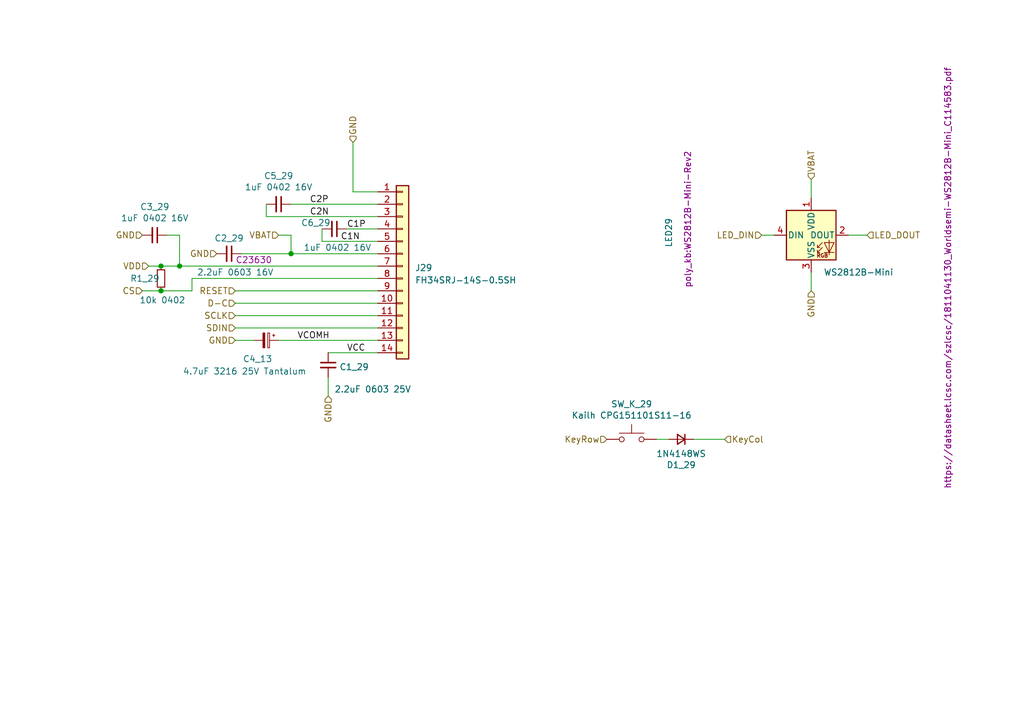
<source format=kicad_sch>
(kicad_sch (version 20230121) (generator eeschema)
  (paper "A5")
  (title_block (title "Display Adapter, LED & Switch") (date "2022-11-16") (rev "2.2") (company "thpoll"))
  (lib_symbols
    (symbol "Connector_Generic:Conn_01x14" (pin_names (offset 1.016) hide)
      (property "Reference" "J" (at 0 17.78 0))
      (property "Value" "Conn_01x14" (at 0 -20.32 0))
      (symbol "Conn_01x14_1_1"
        (rectangle (start -1.27 -17.653) (end 0 -17.907) (stroke (width 0.1524)))
        (rectangle (start -1.27 -15.113) (end 0 -15.367) (stroke (width 0.1524)))
        (rectangle (start -1.27 -12.573) (end 0 -12.827) (stroke (width 0.1524)))
        (rectangle (start -1.27 -10.033) (end 0 -10.287) (stroke (width 0.1524)))
        (rectangle (start -1.27 -7.493) (end 0 -7.747) (stroke (width 0.1524)))
        (rectangle (start -1.27 -4.953) (end 0 -5.207) (stroke (width 0.1524)))
        (rectangle (start -1.27 -2.413) (end 0 -2.667) (stroke (width 0.1524)))
        (rectangle (start -1.27 0.127) (end 0 -0.127) (stroke (width 0.1524)))
        (rectangle (start -1.27 2.667) (end 0 2.413) (stroke (width 0.1524)))
        (rectangle (start -1.27 5.207) (end 0 4.953) (stroke (width 0.1524)))
        (rectangle (start -1.27 7.747) (end 0 7.493) (stroke (width 0.1524)))
        (rectangle (start -1.27 10.287) (end 0 10.033) (stroke (width 0.1524)))
        (rectangle (start -1.27 12.827) (end 0 12.573) (stroke (width 0.1524)))
        (rectangle (start -1.27 15.367) (end 0 15.113) (stroke (width 0.1524)))
        (rectangle (start -1.27 16.51) (end 1.27 -19.05) (stroke (width 0.254)) (fill (type background)))
        (pin passive line (at -5.08 15.24 0) (length 3.81) (name "Pin_1") (number "1"))
        (pin passive line (at -5.08 -7.62 0) (length 3.81) (name "Pin_10") (number "10"))
        (pin passive line (at -5.08 -10.16 0) (length 3.81) (name "Pin_11") (number "11"))
        (pin passive line (at -5.08 -12.7 0) (length 3.81) (name "Pin_12") (number "12"))
        (pin passive line (at -5.08 -15.24 0) (length 3.81) (name "Pin_13") (number "13"))
        (pin passive line (at -5.08 -17.78 0) (length 3.81) (name "Pin_14") (number "14"))
        (pin passive line (at -5.08 12.7 0) (length 3.81) (name "Pin_2") (number "2"))
        (pin passive line (at -5.08 10.16 0) (length 3.81) (name "Pin_3") (number "3"))
        (pin passive line (at -5.08 7.62 0) (length 3.81) (name "Pin_4") (number "4"))
        (pin passive line (at -5.08 5.08 0) (length 3.81) (name "Pin_5") (number "5"))
        (pin passive line (at -5.08 2.54 0) (length 3.81) (name "Pin_6") (number "6"))
        (pin passive line (at -5.08 0 0) (length 3.81) (name "Pin_7") (number "7"))
        (pin passive line (at -5.08 -2.54 0) (length 3.81) (name "Pin_8") (number "8"))
        (pin passive line (at -5.08 -5.08 0) (length 3.81) (name "Pin_9") (number "9"))
      )
    )
    (symbol "Device:C_Polarized_Small" (pin_numbers hide) (pin_names (offset 0.254) hide)
      (property "Reference" "C" (at 0.254 1.778 0))
      (property "Value" "C_Polarized_Small" (at 0.254 -2.032 0))
      (symbol "C_Polarized_Small_0_1"
        (rectangle (start -1.524 -0.3048) (end 1.524 -0.6858) (fill (type outline)))
        (rectangle (start -1.524 0.6858) (end 1.524 0.3048))
        (polyline (pts (xy -1.27 1.524) (xy -0.762 1.524)))
        (polyline (pts (xy -1.016 1.27) (xy -1.016 1.778)))
      )
      (symbol "C_Polarized_Small_1_1"
        (pin passive line (at 0 2.54 270) (length 1.8542) (name "~") (number "1"))
        (pin passive line (at 0 -2.54 90) (length 1.8542) (name "~") (number "2"))
      )
    )
    (symbol "Device:C_Small" (pin_numbers hide) (pin_names (offset 0.254) hide)
      (property "Reference" "C" (at 0.254 1.778 0))
      (property "Value" "C_Small" (at 0.254 -2.032 0))
      (symbol "C_Small_0_1"
        (polyline (pts (xy -1.524 -0.508) (xy 1.524 -0.508)) (stroke (width 0.3302)))
        (polyline (pts (xy -1.524 0.508) (xy 1.524 0.508)) (stroke (width 0.3048)))
      )
      (symbol "C_Small_1_1"
        (pin passive line (at 0 2.54 270) (length 2.032) (name "~") (number "1"))
        (pin passive line (at 0 -2.54 90) (length 2.032) (name "~") (number "2"))
      )
    )
    (symbol "Device:D_Small" (pin_numbers hide) (pin_names (offset 0.254) hide)
      (property "Reference" "D" (at -1.27 2.032 0))
      (property "Value" "D_Small" (at -3.81 -2.032 0))
      (symbol "D_Small_0_1"
        (polyline (pts (xy -0.762 -1.016) (xy -0.762 1.016)) (stroke (width 0.254)))
        (polyline (pts (xy -0.762 0) (xy 0.762 0)))
        (polyline (pts (xy 0.762 -1.016) (xy -0.762 0) (xy 0.762 1.016) (xy 0.762 -1.016)) (stroke (width 0.254)))
      )
      (symbol "D_Small_1_1"
        (pin passive line (at -2.54 0 0) (length 1.778) (name "K") (number "1"))
        (pin passive line (at 2.54 0 180) (length 1.778) (name "A") (number "2"))
      )
    )
    (symbol "Device:R_Small" (pin_numbers hide) (pin_names (offset 0.254) hide)
      (property "Reference" "R" (at 0.762 0.508 0))
      (property "Value" "R_Small" (at 0.762 -1.016 0))
      (symbol "R_Small_0_1"
        (rectangle (start -0.762 1.778) (end 0.762 -1.778) (stroke (width 0.2032)))
      )
      (symbol "R_Small_1_1"
        (pin passive line (at 0 2.54 270) (length 0.762) (name "~") (number "1"))
        (pin passive line (at 0 -2.54 90) (length 0.762) (name "~") (number "2"))
      )
    )
    (symbol "LED:WS2812B" (pin_names (offset 0.254))
      (property "Reference" "D" (at 5.08 5.715 0))
      (property "Value" "WS2812B" (at 1.27 -5.715 0))
      (symbol "WS2812B_0_0"
        (text "RGB" (at 2.286 -4.191 0) (effects (font (size 0.762 0.762))))
      )
      (symbol "WS2812B_0_1"
        (polyline (pts (xy 1.27 -3.556) (xy 1.778 -3.556)))
        (polyline (pts (xy 1.27 -2.54) (xy 1.778 -2.54)))
        (polyline (pts (xy 4.699 -3.556) (xy 2.667 -3.556)))
        (polyline (pts (xy 2.286 -2.54) (xy 1.27 -3.556) (xy 1.27 -3.048)))
        (polyline (pts (xy 2.286 -1.524) (xy 1.27 -2.54) (xy 1.27 -2.032)))
        (polyline (pts (xy 3.683 -1.016) (xy 3.683 -3.556) (xy 3.683 -4.064)))
        (polyline (pts (xy 4.699 -1.524) (xy 2.667 -1.524) (xy 3.683 -3.556) (xy 4.699 -1.524)))
        (rectangle (start 5.08 5.08) (end -5.08 -5.08) (stroke (width 0.254)) (fill (type background)))
      )
      (symbol "WS2812B_1_1"
        (pin power_in line (at 0 7.62 270) (length 2.54) (name "VDD") (number "1"))
        (pin output line (at 7.62 0 180) (length 2.54) (name "DOUT") (number "2"))
        (pin power_in line (at 0 -7.62 90) (length 2.54) (name "VSS") (number "3"))
        (pin input line (at -7.62 0 0) (length 2.54) (name "DIN") (number "4"))
      )
    )
    (symbol "Switch:SW_Push" (pin_numbers hide) (pin_names (offset 1.016) hide)
      (property "Reference" "SW" (at 1.27 2.54 0))
      (property "Value" "SW_Push" (at 0 -1.524 0))
      (symbol "SW_Push_0_1"
        (circle (center -2.032 0) (radius 0.508))
        (polyline (pts (xy 0 1.27) (xy 0 3.048)))
        (polyline (pts (xy 2.54 1.27) (xy -2.54 1.27)))
        (circle (center 2.032 0) (radius 0.508))
        (pin passive line (at -5.08 0 0) (length 2.54) (name "1") (number "1"))
        (pin passive line (at 5.08 0 180) (length 2.54) (name "2") (number "2"))
      )
    )
  )
  (junction (at 33.02 54.61))
  (junction (at 33.02 59.69))
  (junction (at 36.83 54.61))
  (junction (at 59.69 52.07))
  (wire (pts (xy 39.37 57.15) (xy 77.47 57.15)))
  (wire (pts (xy 72.39 29.21) (xy 72.39 39.37)))
  (wire (pts (xy 54.61 44.45) (xy 77.47 44.45)))
  (wire (pts (xy 137.16 90.17) (xy 134.62 90.17)))
  (wire (pts (xy 166.37 36.83) (xy 166.37 40.64)))
  (wire (pts (xy 67.31 72.39) (xy 77.47 72.39)))
  (wire (pts (xy 59.69 52.07) (xy 77.47 52.07)))
  (wire (pts (xy 57.15 48.26) (xy 59.69 48.26)))
  (wire (pts (xy 67.31 77.47) (xy 67.31 81.28)))
  (wire (pts (xy 48.26 69.85) (xy 52.07 69.85)))
  (wire (pts (xy 66.04 49.53) (xy 77.47 49.53)))
  (wire (pts (xy 48.26 67.31) (xy 77.47 67.31)))
  (wire (pts (xy 36.83 48.26) (xy 34.29 48.26)))
  (wire (pts (xy 71.12 46.99) (xy 77.47 46.99)))
  (wire (pts (xy 142.24 90.17) (xy 148.59 90.17)))
  (wire (pts (xy 30.48 54.61) (xy 33.02 54.61)))
  (wire (pts (xy 57.15 69.85) (xy 77.47 69.85)))
  (wire (pts (xy 158.75 48.26) (xy 156.21 48.26)))
  (wire (pts (xy 166.37 55.88) (xy 166.37 59.69)))
  (wire (pts (xy 48.26 62.23) (xy 77.47 62.23)))
  (wire (pts (xy 33.02 54.61) (xy 36.83 54.61)))
  (wire (pts (xy 66.04 46.99) (xy 66.04 49.53)))
  (wire (pts (xy 59.69 48.26) (xy 59.69 52.07)))
  (wire (pts (xy 33.02 59.69) (xy 39.37 59.69)))
  (wire (pts (xy 49.53 52.07) (xy 59.69 52.07)))
  (wire (pts (xy 39.37 59.69) (xy 39.37 57.15)))
  (wire (pts (xy 177.8 48.26) (xy 173.99 48.26)))
  (wire (pts (xy 54.61 41.91) (xy 54.61 44.45)))
  (wire (pts (xy 36.83 54.61) (xy 77.47 54.61)))
  (wire (pts (xy 48.26 59.69) (xy 77.47 59.69)))
  (wire (pts (xy 59.69 41.91) (xy 77.47 41.91)))
  (wire (pts (xy 72.39 39.37) (xy 77.47 39.37)))
  (wire (pts (xy 48.26 64.77) (xy 77.47 64.77)))
  (wire (pts (xy 36.83 48.26) (xy 36.83 54.61)))
  (wire (pts (xy 29.21 59.69) (xy 33.02 59.69)))
  (label "C2P" (at 63.5 41.91 0))
  (label "C1P" (at 71.12 46.99 0))
  (label "C1N" (at 69.85 49.53 0))
  (label "VCC" (at 71.12 72.39 0))
  (label "VCOMH" (at 60.96 69.85 0))
  (label "C2N" (at 63.5 44.45 0))
  (hierarchical_label "GND" (shape input) (at 29.21 48.26 180))
  (hierarchical_label "LED_DIN" (shape input) (at 156.21 48.26 180))
  (hierarchical_label "VBAT" (shape input) (at 166.37 36.83 90))
  (hierarchical_label "SDIN" (shape input) (at 48.26 67.31 180))
  (hierarchical_label "D-C" (shape input) (at 48.26 62.23 180))
  (hierarchical_label "VDD" (shape input) (at 30.48 54.61 180))
  (hierarchical_label "KeyCol" (shape input) (at 148.59 90.17 0))
  (hierarchical_label "VBAT" (shape input) (at 57.15 48.26 180))
  (hierarchical_label "GND" (shape input) (at 166.37 59.69 270))
  (hierarchical_label "RESET" (shape input) (at 48.26 59.69 180))
  (hierarchical_label "GND" (shape input) (at 67.31 81.28 270))
  (hierarchical_label "GND" (shape input) (at 44.45 52.07 180))
  (hierarchical_label "KeyRow" (shape input) (at 124.46 90.17 180))
  (hierarchical_label "CS" (shape input) (at 29.21 59.69 180))
  (hierarchical_label "LED_DOUT" (shape input) (at 177.8 48.26 0))
  (hierarchical_label "GND" (shape input) (at 72.39 29.21 90))
  (hierarchical_label "SCLK" (shape input) (at 48.26 64.77 180))
  (hierarchical_label "GND" (shape input) (at 48.26 69.85 180))
  (symbol (lib_id "Device:C_Small") (at 68.58 46.99 270) (unit 1)
    (property "Reference" "C6_29" (at 64.77 45.72 90))
    (property "Value" "1uF 0402 16V" (at 69.215 50.8 90))
    (property "Footprint" "Capacitor_SMD:C_0402_1005Metric" (effects hide))
    (property "MPN" "C52923" (effects hide))
    (instances (project "poly_kb_wave_left2" (path "" (reference "C6_29") (unit 1)) (path "" (reference "C6_1") (unit 1)) (path "" (reference "C6_8") (unit 1)) (path "" (reference "C6_15") (unit 1)) (path "" (reference "C6_22") (unit 1)) (path "" (reference "C6_30") (unit 1)) (path "" (reference "C6_2") (unit 1)) (path "" (reference "C6_9") (unit 1)) (path "" (reference "C6_16") (unit 1)) (path "" (reference "C6_23") (unit 1)) (path "" (reference "C6_31") (unit 1)) (path "" (reference "C6_3") (unit 1)) (path "" (reference "C6_10") (unit 1)) (path "" (reference "C6_17") (unit 1)) (path "" (reference "C6_24") (unit 1)) (path "" (reference "C6_32") (unit 1)) (path "" (reference "C6_4") (unit 1)) (path "" (reference "C6_11") (unit 1)) (path "" (reference "C6_18") (unit 1)) (path "" (reference "C6_25") (unit 1)) (path "" (reference "C6_33") (unit 1)) (path "" (reference "C6_5") (unit 1)) (path "" (reference "C6_12") (unit 1)) (path "" (reference "C6_19") (unit 1)) (path "" (reference "C6_26") (unit 1)) (path "" (reference "C6_34") (unit 1)) (path "" (reference "C6_6") (unit 1)) (path "" (reference "C6_13") (unit 1)) (path "" (reference "C6_20") (unit 1)) (path "" (reference "C6_27") (unit 1)) (path "" (reference "C6_35") (unit 1)) (path "" (reference "C6_7") (unit 1)) (path "" (reference "C6_14") (unit 1)) (path "" (reference "C6_21") (unit 1)) (path "" (reference "C6_28") (unit 1)) (path "" (reference "C6_36") (unit 1))))
  )
  (symbol (lib_id "LED:WS2812B") (at 166.37 48.26 0) (unit 1)
    (property "Reference" "LED29" (at 137.16 50.8 90) (effects (justify left)))
    (property "Value" "WS2812B-Mini" (at 168.91 55.88 0) (effects (justify left)))
    (property "Footprint" "poly_kb:WS2812B-Mini-Rev2" (at 140.335 59.055 90) (effects (justify left top)))
    (property "Datasheet" "https://datasheet.lcsc.com/szlcsc/1811041130_Worldsemi-WS2812B-Mini_C114583.pdf" (at 193.675 100.33 90) (effects (justify left top)))
    (property "MPN" "C527089" (effects hide))
    (instances (project "poly_kb_wave_left2" (path "" (reference "LED29") (unit 1)) (path "" (reference "LED1") (unit 1)) (path "" (reference "LED8") (unit 1)) (path "" (reference "LED15") (unit 1)) (path "" (reference "LED22") (unit 1)) (path "" (reference "LED30") (unit 1)) (path "" (reference "LED2") (unit 1)) (path "" (reference "LED9") (unit 1)) (path "" (reference "LED16") (unit 1)) (path "" (reference "LED23") (unit 1)) (path "" (reference "LED31") (unit 1)) (path "" (reference "LED3") (unit 1)) (path "" (reference "LED10") (unit 1)) (path "" (reference "LED17") (unit 1)) (path "" (reference "LED24") (unit 1)) (path "" (reference "LED32") (unit 1)) (path "" (reference "LED4") (unit 1)) (path "" (reference "LED11") (unit 1)) (path "" (reference "LED18") (unit 1)) (path "" (reference "LED25") (unit 1)) (path "" (reference "LED33") (unit 1)) (path "" (reference "LED5") (unit 1)) (path "" (reference "LED12") (unit 1)) (path "" (reference "LED19") (unit 1)) (path "" (reference "LED26") (unit 1)) (path "" (reference "LED34") (unit 1)) (path "" (reference "LED6") (unit 1)) (path "" (reference "LED13") (unit 1)) (path "" (reference "LED20") (unit 1)) (path "" (reference "LED27") (unit 1)) (path "" (reference "LED35") (unit 1)) (path "" (reference "LED7") (unit 1)) (path "" (reference "LED14") (unit 1)) (path "" (reference "LED21") (unit 1)) (path "" (reference "LED28") (unit 1)) (path "" (reference "LED36") (unit 1))))
  )
  (symbol (lib_id "Device:C_Polarized_Small") (at 54.61 69.85 270) (unit 1)
    (property "Reference" "C4_13" (at 55.88 73.66 90) (effects (justify right)))
    (property "Value" "4.7uF 3216 25V Tantalum" (at 62.865 76.2 90) (effects (justify right)))
    (property "Footprint" "Capacitor_Tantalum_SMD:CP_EIA-3216-18_Kemet-A" (effects hide))
    (property "MPN" "C129569" (effects hide))
    (instances (project "poly_kb_wave_left2" (path "" (reference "C4_13") (unit 1)) (path "" (reference "C4_25") (unit 1)) (path "" (reference "C4_33") (unit 1)) (path "" (reference "C4_5") (unit 1)) (path "" (reference "C4_12") (unit 1)) (path "" (reference "C4_19") (unit 1)) (path "" (reference "C4_26") (unit 1)) (path "" (reference "C4_34") (unit 1)) (path "" (reference "C4_6") (unit 1)) (path "" (reference "C4_18") (unit 1)) (path "" (reference "C4_20") (unit 1)) (path "" (reference "C4_27") (unit 1)) (path "" (reference "C4_35") (unit 1)) (path "" (reference "C4_7") (unit 1)) (path "" (reference "C4_14") (unit 1)) (path "" (reference "C4_21") (unit 1)) (path "" (reference "C4_28") (unit 1)) (path "" (reference "C4_36") (unit 1)) (path "" (reference "C4_23") (unit 1)) (path "" (reference "C4_1") (unit 1)) (path "" (reference "C4_8") (unit 1)) (path "" (reference "C4_15") (unit 1)) (path "" (reference "C4_22") (unit 1)) (path "" (reference "C4_30") (unit 1)) (path "" (reference "C4_2") (unit 1)) (path "" (reference "C4_9") (unit 1)) (path "" (reference "C4_16") (unit 1)) (path "" (reference "C4_29") (unit 1)) (path "" (reference "C4_31") (unit 1)) (path "" (reference "C4_3") (unit 1)) (path "" (reference "C4_10") (unit 1)) (path "" (reference "C4_17") (unit 1)) (path "" (reference "C4_24") (unit 1)) (path "" (reference "C4_32") (unit 1)) (path "" (reference "C4_4") (unit 1)) (path "" (reference "C4_11") (unit 1))))
  )
  (symbol (lib_id "Device:C_Small") (at 67.31 74.93 0) (unit 1)
    (property "Reference" "C1_29" (at 72.644 75.311 0))
    (property "Value" "2.2uF 0603 25V" (at 76.454 79.883 0))
    (property "Footprint" "Capacitor_SMD:C_0603_1608Metric" (effects hide))
    (property "MPN" "C99227" (effects hide))
    (instances (project "poly_kb_wave_left2" (path "" (reference "C1_29") (unit 1)) (path "" (reference "C1_1") (unit 1)) (path "" (reference "C1_8") (unit 1)) (path "" (reference "C1_15") (unit 1)) (path "" (reference "C1_22") (unit 1)) (path "" (reference "C1_30") (unit 1)) (path "" (reference "C1_2") (unit 1)) (path "" (reference "C1_9") (unit 1)) (path "" (reference "C1_16") (unit 1)) (path "" (reference "C1_23") (unit 1)) (path "" (reference "C1_31") (unit 1)) (path "" (reference "C1_3") (unit 1)) (path "" (reference "C1_10") (unit 1)) (path "" (reference "C1_17") (unit 1)) (path "" (reference "C1_24") (unit 1)) (path "" (reference "C1_32") (unit 1)) (path "" (reference "C1_4") (unit 1)) (path "" (reference "C1_11") (unit 1)) (path "" (reference "C1_18") (unit 1)) (path "" (reference "C1_25") (unit 1)) (path "" (reference "C1_33") (unit 1)) (path "" (reference "C1_5") (unit 1)) (path "" (reference "C1_12") (unit 1)) (path "" (reference "C1_19") (unit 1)) (path "" (reference "C1_26") (unit 1)) (path "" (reference "C1_34") (unit 1)) (path "" (reference "C1_6") (unit 1)) (path "" (reference "C1_13") (unit 1)) (path "" (reference "C1_20") (unit 1)) (path "" (reference "C1_27") (unit 1)) (path "" (reference "C1_35") (unit 1)) (path "" (reference "C1_7") (unit 1)) (path "" (reference "C1_14") (unit 1)) (path "" (reference "C1_21") (unit 1)) (path "" (reference "C1_28") (unit 1)) (path "" (reference "C1_36") (unit 1))))
  )
  (symbol (lib_id "Device:C_Small") (at 57.15 41.91 270) (unit 1)
    (property "Reference" "C5_29" (at 57.15 36.0934 90))
    (property "Value" "1uF 0402 16V" (at 57.15 38.4048 90))
    (property "Footprint" "Capacitor_SMD:C_0402_1005Metric" (effects hide))
    (property "MPN" "C52923" (effects hide))
    (instances (project "poly_kb_wave_left2" (path "" (reference "C5_29") (unit 1)) (path "" (reference "C5_1") (unit 1)) (path "" (reference "C5_8") (unit 1)) (path "" (reference "C5_15") (unit 1)) (path "" (reference "C5_22") (unit 1)) (path "" (reference "C5_30") (unit 1)) (path "" (reference "C5_2") (unit 1)) (path "" (reference "C5_9") (unit 1)) (path "" (reference "C5_16") (unit 1)) (path "" (reference "C5_23") (unit 1)) (path "" (reference "C5_31") (unit 1)) (path "" (reference "C5_3") (unit 1)) (path "" (reference "C5_10") (unit 1)) (path "" (reference "C5_17") (unit 1)) (path "" (reference "C5_24") (unit 1)) (path "" (reference "C5_32") (unit 1)) (path "" (reference "C5_4") (unit 1)) (path "" (reference "C5_11") (unit 1)) (path "" (reference "C5_18") (unit 1)) (path "" (reference "C5_25") (unit 1)) (path "" (reference "C5_33") (unit 1)) (path "" (reference "C5_5") (unit 1)) (path "" (reference "C5_12") (unit 1)) (path "" (reference "C5_19") (unit 1)) (path "" (reference "C5_26") (unit 1)) (path "" (reference "C5_34") (unit 1)) (path "" (reference "C5_6") (unit 1)) (path "" (reference "C5_13") (unit 1)) (path "" (reference "C5_20") (unit 1)) (path "" (reference "C5_27") (unit 1)) (path "" (reference "C5_35") (unit 1)) (path "" (reference "C5_7") (unit 1)) (path "" (reference "C5_14") (unit 1)) (path "" (reference "C5_21") (unit 1)) (path "" (reference "C5_28") (unit 1)) (path "" (reference "C5_36") (unit 1))))
  )
  (symbol (lib_id "Device:C_Small") (at 46.99 52.07 270) (unit 1)
    (property "Reference" "C2_29" (at 46.99 48.895 90))
    (property "Value" "2.2uF 0603 16V" (at 48.26 55.88 90))
    (property "Footprint" "Capacitor_SMD:C_0603_1608Metric" (effects hide))
    (property "LCSC" "C23630" (at 52.07 53.34 90))
    (property "JLC" "C23630" (effects hide))
    (property "MPN" "C23630" (effects hide))
    (instances (project "poly_kb_wave_left2" (path "" (reference "C2_29") (unit 1)) (path "" (reference "C2_1") (unit 1)) (path "" (reference "C2_8") (unit 1)) (path "" (reference "C2_15") (unit 1)) (path "" (reference "C2_22") (unit 1)) (path "" (reference "C2_30") (unit 1)) (path "" (reference "C2_2") (unit 1)) (path "" (reference "C2_9") (unit 1)) (path "" (reference "C2_16") (unit 1)) (path "" (reference "C2_23") (unit 1)) (path "" (reference "C2_31") (unit 1)) (path "" (reference "C2_3") (unit 1)) (path "" (reference "C2_10") (unit 1)) (path "" (reference "C2_17") (unit 1)) (path "" (reference "C2_24") (unit 1)) (path "" (reference "C2_32") (unit 1)) (path "" (reference "C2_4") (unit 1)) (path "" (reference "C2_11") (unit 1)) (path "" (reference "C2_18") (unit 1)) (path "" (reference "C2_25") (unit 1)) (path "" (reference "C2_33") (unit 1)) (path "" (reference "C2_5") (unit 1)) (path "" (reference "C2_12") (unit 1)) (path "" (reference "C2_19") (unit 1)) (path "" (reference "C2_26") (unit 1)) (path "" (reference "C2_34") (unit 1)) (path "" (reference "C2_6") (unit 1)) (path "" (reference "C2_13") (unit 1)) (path "" (reference "C2_20") (unit 1)) (path "" (reference "C2_27") (unit 1)) (path "" (reference "C2_35") (unit 1)) (path "" (reference "C2_7") (unit 1)) (path "" (reference "C2_14") (unit 1)) (path "" (reference "C2_21") (unit 1)) (path "" (reference "C2_28") (unit 1)) (path "" (reference "C2_36") (unit 1))))
  )
  (symbol (lib_id "Device:C_Small") (at 31.75 48.26 270) (unit 1)
    (property "Reference" "C3_29" (at 31.75 42.4434 90))
    (property "Value" "1uF 0402 16V" (at 31.75 44.7548 90))
    (property "Footprint" "Capacitor_SMD:C_0402_1005Metric" (effects hide))
    (property "MPN" "C52923" (effects hide))
    (instances (project "poly_kb_wave_left2" (path "" (reference "C3_29") (unit 1)) (path "" (reference "C3_1") (unit 1)) (path "" (reference "C3_8") (unit 1)) (path "" (reference "C3_15") (unit 1)) (path "" (reference "C3_22") (unit 1)) (path "" (reference "C3_30") (unit 1)) (path "" (reference "C3_2") (unit 1)) (path "" (reference "C3_9") (unit 1)) (path "" (reference "C3_16") (unit 1)) (path "" (reference "C3_23") (unit 1)) (path "" (reference "C3_31") (unit 1)) (path "" (reference "C3_3") (unit 1)) (path "" (reference "C3_10") (unit 1)) (path "" (reference "C3_17") (unit 1)) (path "" (reference "C3_24") (unit 1)) (path "" (reference "C3_32") (unit 1)) (path "" (reference "C3_4") (unit 1)) (path "" (reference "C3_11") (unit 1)) (path "" (reference "C3_18") (unit 1)) (path "" (reference "C3_25") (unit 1)) (path "" (reference "C3_33") (unit 1)) (path "" (reference "C3_5") (unit 1)) (path "" (reference "C3_12") (unit 1)) (path "" (reference "C3_19") (unit 1)) (path "" (reference "C3_26") (unit 1)) (path "" (reference "C3_34") (unit 1)) (path "" (reference "C3_6") (unit 1)) (path "" (reference "C3_13") (unit 1)) (path "" (reference "C3_20") (unit 1)) (path "" (reference "C3_27") (unit 1)) (path "" (reference "C3_35") (unit 1)) (path "" (reference "C3_7") (unit 1)) (path "" (reference "C3_14") (unit 1)) (path "" (reference "C3_21") (unit 1)) (path "" (reference "C3_28") (unit 1)) (path "" (reference "C3_36") (unit 1))))
  )
  (symbol (lib_id "Switch:SW_Push") (at 129.54 90.17 0) (unit 1)
    (property "Reference" "SW_K_29" (at 129.54 82.931 0))
    (property "Value" "Kailh CPG151101S11-16" (at 129.54 85.2424 0))
    (property "Footprint" "poly_kb:Kailh_socket_MX_Indicators" (effects hide))
    (property "Etc" "C5156480" (effects hide))
    (instances (project "poly_kb_wave_left2" (path "" (reference "SW_K_29") (unit 1)) (path "" (reference "SW_K_1") (unit 1)) (path "" (reference "SW_K_8") (unit 1)) (path "" (reference "SW_K_15") (unit 1)) (path "" (reference "SW_K_22") (unit 1)) (path "" (reference "SW_K_30") (unit 1)) (path "" (reference "SW_K_2") (unit 1)) (path "" (reference "SW_K_9") (unit 1)) (path "" (reference "SW_K_16") (unit 1)) (path "" (reference "SW_K_23") (unit 1)) (path "" (reference "SW_K_31") (unit 1)) (path "" (reference "SW_K_3") (unit 1)) (path "" (reference "SW_K_10") (unit 1)) (path "" (reference "SW_K_17") (unit 1)) (path "" (reference "SW_K_24") (unit 1)) (path "" (reference "SW_K_32") (unit 1)) (path "" (reference "SW_K_4") (unit 1)) (path "" (reference "SW_K_11") (unit 1)) (path "" (reference "SW_K_18") (unit 1)) (path "" (reference "SW_K_25") (unit 1)) (path "" (reference "SW_K_33") (unit 1)) (path "" (reference "SW_K_5") (unit 1)) (path "" (reference "SW_K_12") (unit 1)) (path "" (reference "SW_K_19") (unit 1)) (path "" (reference "SW_K_26") (unit 1)) (path "" (reference "SW_K_34") (unit 1)) (path "" (reference "SW_K_6") (unit 1)) (path "" (reference "SW_K_13") (unit 1)) (path "" (reference "SW_K_20") (unit 1)) (path "" (reference "SW_K_27") (unit 1)) (path "" (reference "SW_K_35") (unit 1)) (path "" (reference "SW_K_7") (unit 1)) (path "" (reference "SW_K_14") (unit 1)) (path "" (reference "SW_K_21") (unit 1)) (path "" (reference "SW_K_28") (unit 1)) (path "" (reference "SW_K_36") (unit 1))))
  )
  (symbol (lib_id "Device:D_Small") (at 139.7 90.17 180) (unit 1)
    (property "Reference" "D1_29" (at 139.7 95.4278 0))
    (property "Value" "1N4148WS" (at 139.7 93.1164 0))
    (property "Footprint" "poly_kb:D_SOD-323Ext" (effects hide))
    (property "MPN" "C2128" (effects hide))
    (instances (project "poly_kb_wave_left2" (path "" (reference "D1_29") (unit 1)) (path "" (reference "D1_1") (unit 1)) (path "" (reference "D1_8") (unit 1)) (path "" (reference "D1_15") (unit 1)) (path "" (reference "D1_22") (unit 1)) (path "" (reference "D1_30") (unit 1)) (path "" (reference "D1_2") (unit 1)) (path "" (reference "D1_9") (unit 1)) (path "" (reference "D1_16") (unit 1)) (path "" (reference "D1_23") (unit 1)) (path "" (reference "D1_31") (unit 1)) (path "" (reference "D1_3") (unit 1)) (path "" (reference "D1_10") (unit 1)) (path "" (reference "D1_17") (unit 1)) (path "" (reference "D1_24") (unit 1)) (path "" (reference "D1_32") (unit 1)) (path "" (reference "D1_4") (unit 1)) (path "" (reference "D1_11") (unit 1)) (path "" (reference "D1_18") (unit 1)) (path "" (reference "D1_25") (unit 1)) (path "" (reference "D1_33") (unit 1)) (path "" (reference "D1_5") (unit 1)) (path "" (reference "D1_12") (unit 1)) (path "" (reference "D1_19") (unit 1)) (path "" (reference "D1_26") (unit 1)) (path "" (reference "D1_34") (unit 1)) (path "" (reference "D1_6") (unit 1)) (path "" (reference "D1_13") (unit 1)) (path "" (reference "D1_20") (unit 1)) (path "" (reference "D1_27") (unit 1)) (path "" (reference "D1_35") (unit 1)) (path "" (reference "D1_7") (unit 1)) (path "" (reference "D1_14") (unit 1)) (path "" (reference "D1_21") (unit 1)) (path "" (reference "D1_28") (unit 1)) (path "" (reference "D1_36") (unit 1))))
  )
  (symbol (lib_id "Device:R_Small") (at 33.02 57.15 0) (unit 1)
    (property "Reference" "R1_29" (at 26.67 57.15 0) (effects (justify left)))
    (property "Value" "10k 0402" (at 28.575 61.595 0) (effects (justify left)))
    (property "Footprint" "Resistor_SMD:R_0402_1005Metric" (effects hide))
    (property "MPN" "C25744" (effects hide))
    (instances (project "poly_kb_wave_left2" (path "" (reference "R1_29") (unit 1)) (path "" (reference "R1_1") (unit 1)) (path "" (reference "R1_8") (unit 1)) (path "" (reference "R1_15") (unit 1)) (path "" (reference "R1_22") (unit 1)) (path "" (reference "R1_30") (unit 1)) (path "" (reference "R1_2") (unit 1)) (path "" (reference "R1_9") (unit 1)) (path "" (reference "R1_16") (unit 1)) (path "" (reference "R1_23") (unit 1)) (path "" (reference "R1_31") (unit 1)) (path "" (reference "R1_3") (unit 1)) (path "" (reference "R1_10") (unit 1)) (path "" (reference "R1_17") (unit 1)) (path "" (reference "R1_24") (unit 1)) (path "" (reference "R1_32") (unit 1)) (path "" (reference "R1_4") (unit 1)) (path "" (reference "R1_11") (unit 1)) (path "" (reference "R1_18") (unit 1)) (path "" (reference "R1_25") (unit 1)) (path "" (reference "R1_33") (unit 1)) (path "" (reference "R1_5") (unit 1)) (path "" (reference "R1_12") (unit 1)) (path "" (reference "R1_19") (unit 1)) (path "" (reference "R1_26") (unit 1)) (path "" (reference "R1_34") (unit 1)) (path "" (reference "R1_6") (unit 1)) (path "" (reference "R1_13") (unit 1)) (path "" (reference "R1_20") (unit 1)) (path "" (reference "R1_27") (unit 1)) (path "" (reference "R1_35") (unit 1)) (path "" (reference "R1_7") (unit 1)) (path "" (reference "R1_14") (unit 1)) (path "" (reference "R1_21") (unit 1)) (path "" (reference "R1_28") (unit 1)) (path "" (reference "R1_36") (unit 1))))
  )
  (symbol (lib_id "Connector_Generic:Conn_01x14") (at 82.55 54.61 0) (unit 1)
    (property "Reference" "J29" (at 85.09 54.9655 0) (effects (justify left)))
    (property "Value" "FH34SRJ-14S-0.5SH" (at 85.09 57.5055 0) (effects (justify left)))
    (property "Footprint" "poly_kb:FH34SRJ14S05SH50-Rev2" (effects hide))
    (property "Datasheet" "https://datasheet.lcsc.com/lcsc/1811071030_HRS-Hirose-FH34SRJ-14S-0-5SH-50_C324724.pdf" (effects hide))
    (property "MPN" "C324724" (effects hide))
    (instances (project "poly_kb_wave_left2" (path "" (reference "J29") (unit 1)) (path "" (reference "J1") (unit 1)) (path "" (reference "J8") (unit 1)) (path "" (reference "J15") (unit 1)) (path "" (reference "J22") (unit 1)) (path "" (reference "J30") (unit 1)) (path "" (reference "J2") (unit 1)) (path "" (reference "J9") (unit 1)) (path "" (reference "J16") (unit 1)) (path "" (reference "J23") (unit 1)) (path "" (reference "J31") (unit 1)) (path "" (reference "J3") (unit 1)) (path "" (reference "J10") (unit 1)) (path "" (reference "J17") (unit 1)) (path "" (reference "J24") (unit 1)) (path "" (reference "J32") (unit 1)) (path "" (reference "J4") (unit 1)) (path "" (reference "J11") (unit 1)) (path "" (reference "J18") (unit 1)) (path "" (reference "J25") (unit 1)) (path "" (reference "J33") (unit 1)) (path "" (reference "J5") (unit 1)) (path "" (reference "J12") (unit 1)) (path "" (reference "J19") (unit 1)) (path "" (reference "J26") (unit 1)) (path "" (reference "J34") (unit 1)) (path "" (reference "J6") (unit 1)) (path "" (reference "J13") (unit 1)) (path "" (reference "J20") (unit 1)) (path "" (reference "J27") (unit 1)) (path "" (reference "J35") (unit 1)) (path "" (reference "J7") (unit 1)) (path "" (reference "J14") (unit 1)) (path "" (reference "J21") (unit 1)) (path "" (reference "J28") (unit 1)) (path "" (reference "J36") (unit 1))))
  )
)
</source>
